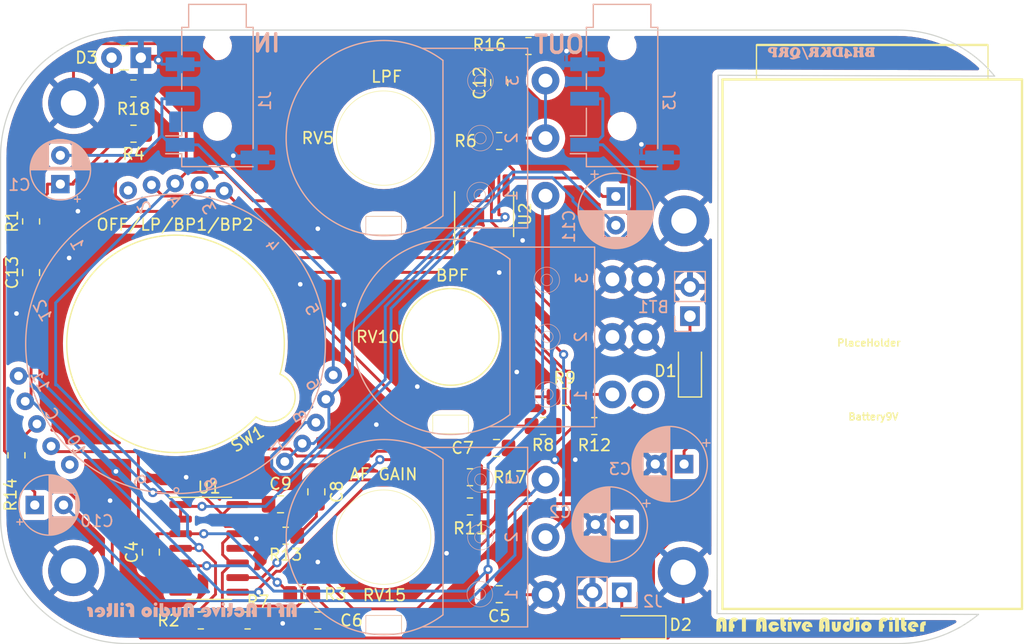
<source format=kicad_pcb>
(kicad_pcb (version 20211014) (generator pcbnew)
  (layers (0 "F.Cu" signal) (31 "B.Cu" signal) (34 "B.Paste" user) (35 "F.Paste" user) (36 "B.SilkS" user "B.Silkscreen") (37 "F.SilkS" user "F.Silkscreen") (38 "B.Mask" user) (39 "F.Mask" user) (44 "Edge.Cuts" user))
  (net 0 "")
  (net 1 "Net-(C1-Pad1)")
  (net 2 "Net-(C1-Pad2)")
  (net 3 "+VCCM")
  (net 4 "GNDREF")
  (net 5 "+VCC")
  (net 6 "Net-(C4-Pad1)")
  (net 7 "Net-(C4-Pad2)")
  (net 8 "Net-(C5-Pad2)")
  (net 9 "Net-(C6-Pad1)")
  (net 10 "Net-(C7-Pad1)")
  (net 11 "Net-(C13-Pad1)")
  (net 12 "Net-(C8-Pad1)")
  (net 13 "Net-(C8-Pad2)")
  (net 14 "Net-(C9-Pad2)")
  (net 15 "Net-(C10-Pad1)")
  (net 16 "Net-(C10-Pad2)")
  (net 17 "Net-(C11-Pad1)")
  (net 18 "Net-(C11-Pad2)")
  (net 19 "Net-(C12-Pad2)")
  (net 20 "Net-(C13-Pad2)")
  (net 21 "Net-(D1-Pad1)")
  (net 22 "Net-(BT1-Pad1)")
  (net 23 "Net-(D2-Pad2)")
  (net 24 "Net-(D3-Pad2)")
  (net 25 "Net-(J3-PadR1)")
  (net 26 "Net-(R6-Pad1)")
  (net 27 "Net-(R6-Pad2)")
  (net 28 "Net-(R9-Pad1)")
  (net 29 "Net-(R12-Pad1)")
  (net 30 "Net-(R14-Pad1)")
  (net 31 "Net-(RV15-Pad2)")
  (footprint "Resistor_SMD:R_0805_2012Metric_Pad1.20x1.40mm_HandSolder" (layer "F.Cu") (at 123.19 66.04)
    (fp_text reference "R6")
    (fp_text value "10k" hide)
  )
  (footprint "Resistor_SMD:R_0805_2012Metric_Pad1.20x1.40mm_HandSolder" (layer "F.Cu") (at 81.28 93.345 -90)
    (fp_text reference "R14")
    (fp_text value "1k" hide)
  )
  (footprint "Resistor_SMD:R_0805_2012Metric_Pad1.20x1.40mm_HandSolder" (layer "F.Cu") (at 101.346 107.696 180)
    (fp_text reference "R7")
    (fp_text value "1k" hide)
  )
  (footprint "MountingHole:MountingHole_2.2mm_M2" (layer "F.Cu") (at 86.23 62.73)
    (fp_text reference "MOUNT01" hide)
    (fp_text value "MountingHole_2.2mm_M2" hide)
  )
  (footprint "Resistor_SMD:R_0805_2012Metric_Pad1.20x1.40mm_HandSolder" (layer "F.Cu") (at 106.045 105.41 180)
    (fp_text reference "R3")
    (fp_text value "15k" hide)
  )
  (footprint "CraftsmanICs:Battery_9V_PlaceHolder_no_pin_for_cut" (layer "F.Cu") (at 155.575 83.693 90)
    (fp_text reference "Battery9V")
    (fp_text value "PlaceHolder")
  )
  (footprint "Resistor_SMD:R_0805_2012Metric_Pad1.20x1.40mm_HandSolder" (layer "F.Cu") (at 128.905 88.265 180)
    (fp_text reference "R9")
    (fp_text value "680" hide)
  )
  (footprint "Resistor_SMD:R_0805_2012Metric_Pad1.20x1.40mm_HandSolder" (layer "F.Cu") (at 91.44 65.405)
    (fp_text reference "R4")
    (fp_text value "1k" hide)
  )
  (footprint "MountingHole:MountingHole_2.2mm_M2" (layer "F.Cu") (at 139.23 72.98)
    (fp_text reference "MOUNT04" hide)
    (fp_text value "MountingHole_2.2mm_M2" hide)
  )
  (footprint "Capacitor_SMD:C_0805_2012Metric_Pad1.18x1.45mm_HandSolder" (layer "F.Cu") (at 122.9575 92.71)
    (fp_text reference "C7")
    (fp_text value ".01uF" hide)
  )
  (footprint "Capacitor_SMD:C_0805_2012Metric_Pad1.18x1.45mm_HandSolder" (layer "F.Cu") (at 92.95 101.76 -90)
    (fp_text reference "C4")
    (fp_text value ".01uF" hide)
  )
  (footprint "Diode_SMD:D_SOD-123" (layer "F.Cu") (at 139.75 86.03 90)
    (fp_text reference "D1")
    (fp_text value "1N4007" hide)
  )
  (footprint "Resistor_SMD:R_0805_2012Metric_Pad1.20x1.40mm_HandSolder" (layer "F.Cu") (at 104.648 100.33 180)
    (fp_text reference "R13")
    (fp_text value "360k" hide)
  )
  (footprint "CraftsmanICs:Potentiometer_wh148_single_3pin" (layer "F.Cu") (at 113.1577 100.457 90)
    (fp_text reference "RV15")
    (fp_text value "10k")
  )
  (footprint "LED_THT:LED_Rectangular_W3.0mm_H2.0mm" (layer "F.Cu") (at 92.075 58.801 180)
    (fp_text reference "D3")
    (fp_text value "LED" hide)
  )
  (footprint "Package_SO:SOIC-8_3.9x4.9mm_P1.27mm" (layer "F.Cu") (at 121.88 72.39 90)
    (fp_text reference "U2")
    (fp_text value "LM386" hide)
  )
  (footprint "Capacitor_SMD:C_0805_2012Metric_Pad1.18x1.45mm_HandSolder" (layer "F.Cu") (at 82.55 77.47 -90)
    (fp_text reference "C13")
    (fp_text value ".01uF" hide)
  )
  (footprint "Resistor_SMD:R_0805_2012Metric_Pad1.20x1.40mm_HandSolder" (layer "F.Cu") (at 125.73 57.785 180)
    (fp_text reference "R16")
    (fp_text value "10" hide)
  )
  (footprint "Package_SO:SOIC-14_3.9x8.7mm_P1.27mm" (layer "F.Cu") (at 98.005 101.43)
    (fp_text reference "U1")
    (fp_text value "LM348" hide)
  )
  (footprint "Diode_SMD:D_SOD-123" (layer "F.Cu") (at 135.41 108.29 180)
    (fp_text reference "D2")
    (fp_text value "1N4007" hide)
  )
  (footprint "CraftsmanICs:Rotary_switch_RS26_3pole_4throw_widehole_widehole_back_mode" (layer "F.Cu") (at 95.09 83.66 -60)
    (fp_text reference "SW1")
    (fp_text value "SW_Rotary3x4")
  )
  (footprint "Resistor_SMD:R_0805_2012Metric_Pad1.20x1.40mm_HandSolder" (layer "F.Cu") (at 127 90.805)
    (fp_text reference "R8")
    (fp_text value "180k" hide)
  )
  (footprint "Capacitor_SMD:C_0805_2012Metric_Pad1.18x1.45mm_HandSolder" (layer "F.Cu") (at 104.2025 97.6 180)
    (fp_text reference "C9")
    (fp_text value ".01uF" hide)
  )
  (footprint "Capacitor_SMD:C_0805_2012Metric_Pad1.18x1.45mm_HandSolder" (layer "F.Cu") (at 107.315 96.52 90)
    (fp_text reference "C8")
    (fp_text value ".01uF" hide)
  )
  (footprint "Capacitor_SMD:C_0805_2012Metric_Pad1.18x1.45mm_HandSolder" (layer "F.Cu") (at 123.19 60.96 90)
    (fp_text reference "C12")
    (fp_text value ".047uF" hide)
  )
  (footprint "Resistor_SMD:R_0805_2012Metric_Pad1.20x1.40mm_HandSolder" (layer "F.Cu") (at 82.55 73.025 -90)
    (fp_text reference "R1")
    (fp_text value "1.5k" hide)
  )
  (footprint "Resistor_SMD:R_0805_2012Metric_Pad1.20x1.40mm_HandSolder" (layer "F.Cu") (at 97.282 107.696 180)
    (fp_text reference "R2")
    (fp_text value "1k" hide)
  )
  (footprint "Capacitor_SMD:C_0805_2012Metric_Pad1.18x1.45mm_HandSolder" (layer "F.Cu") (at 123.19 105.41 180)
    (fp_text reference "C5")
    (fp_text value ".0022" hide)
  )
  (footprint "Resistor_SMD:R_0805_2012Metric_Pad1.20x1.40mm_HandSolder" (layer "F.Cu") (at 120.65 97.79)
    (fp_text reference "R11")
    (fp_text value "180k" hide)
  )
  (footprint "Resistor_SMD:R_0805_2012Metric_Pad1.20x1.40mm_HandSolder" (layer "F.Cu") (at 91.44 61.468)
    (fp_text reference "R18")
    (fp_text value "22k" hide)
  )
  (footprint "CraftsmanICs:Potentiometer_wh148_dual_6pin" (layer "F.Cu") (at 118.9707 83.058 90)
    (fp_text reference "RV10")
    (fp_text value "5k")
  )
  (footprint "CraftsmanICs:af1 active audio filter" (layer "F.Cu") (at 151.13 107.95)
    (fp_text reference "G001" hide)
    (fp_text value "LOGO" hide)
  )
  (footprint "Resistor_SMD:R_0805_2012Metric_Pad1.20x1.40mm_HandSolder" (layer "F.Cu") (at 120.65 95.25 180)
    (fp_text reference "R17")
    (fp_text value "360k" hide)
  )
  (footprint "MountingHole:MountingHole_2.2mm_M2" (layer "F.Cu") (at 86.23 103.38)
    (fp_text reference "MOUNT02" hide)
    (fp_text value "MountingHole_2.2mm_M2" hide)
  )
  (footprint "MountingHole:MountingHole_2.2mm_M2" (layer "F.Cu") (at 139.16 103.51)
    (fp_text reference "MOUNT03" hide)
    (fp_text value "MountingHole_2.2mm_M2" hide)
  )
  (footprint "Capacitor_SMD:C_0805_2012Metric_Pad1.18x1.45mm_HandSolder" (layer "F.Cu") (at 107.442 107.696 180)
    (fp_text reference "C6")
    (fp_text value ".1uF")
  )
  (footprint "CraftsmanICs:Potentiometer_wh148_single_3pin" (layer "F.Cu") (at 113.1567 65.786 90)
    (fp_text reference "RV5")
    (fp_text value "50k")
  )
  (footprint "Resistor_SMD:R_0805_2012Metric_Pad1.20x1.40mm_HandSolder" (layer "F.Cu") (at 131.445 90.805 180)
    (fp_text reference "R12")
    (fp_text value "680" hide)
  )
  (footprint "Connector_PinHeader_2.54mm:PinHeader_1x02_P2.54mm_Vertical" (layer "B.Cu") (at 133.83 105.25 90)
    (fp_text reference "J2")
    (fp_text value "Barrel_Jack" hide)
  )
  (footprint "Connector_Audio:Jack_3.5mm_PJ320D_Horizontal" (layer "B.Cu") (at 98.729 62.5415 -90)
    (fp_text reference "J1")
    (fp_text value "AF IN")
  )
  (footprint "Capacitor_THT:CP_Radial_D6.3mm_P2.50mm" (layer "B.Cu") (at 134.04 99.36 180)
    (fp_text reference "C2")
    (fp_text value "470uF" hide)
  )
  (footprint "Connector_Audio:Jack_3.5mm_PJ320D_Horizontal" (layer "B.Cu") (at 133.858 62.5415 -90)
    (fp_text reference "J3")
    (fp_text value "AF OUT")
  )
  (footprint "CraftsmanICs:af1 active audio filter" (layer "B.Cu") (at 96.52 106.68 180)
    (fp_text reference "G002" hide)
    (fp_text value "LOGO" hide)
  )
  (footprint "Capacitor_THT:CP_Radial_D6.3mm_P2.50mm" (layer "B.Cu") (at 139.24 94.11 180)
    (fp_text reference "C3")
    (fp_text value "470uF" hide)
  )
  (footprint "Capacitor_THT:CP_Radial_D6.3mm_P2.50mm" (layer "B.Cu") (at 133.31 70.8576 -90)
    (fp_text reference "C11")
    (fp_text value "470uF" hide)
  )
  (footprint "Connector_PinHeader_2.54mm:PinHeader_1x02_P2.54mm_Vertical" (layer "B.Cu") (at 139.75 81.255)
    (fp_text reference "BT1")
    (fp_text value "Battery_Cell" hide)
  )
  (footprint "Capacitor_THT:CP_Radial_D5.0mm_P2.50mm" (layer "B.Cu") (at 82.8689 97.663)
    (fp_text reference "C10")
    (fp_text value "1uF" hide)
  )
  (footprint "Capacitor_THT:CP_Radial_D5.0mm_P2.50mm" (layer "B.Cu") (at 85.09 69.7851 90)
    (fp_text reference "C1")
    (fp_text value "1uF" hide)
  )
  (footprint "CraftsmanICs:bh4dkr_qrp_logo" (layer "B.Cu") (at 151.13 58.42 180)
    (fp_text reference "G003" hide)
    (fp_text value "LOGO" hide)
  )
  (gr_arc locked (start 79.9 67.4) (mid 83.121825 59.621825) (end 90.9 56.4) (layer "Edge.Cuts") (width 0.1))
  (gr_line locked (start 142.2 60.325) (end 142.1 107.1) (layer "Edge.Cuts") (width 0.1))
  (gr_line locked (start 142.2 60.325) (end 166.2 60.4) (layer "Edge.Cuts") (width 0.1))
  (gr_arc locked (start 90.9 109.7) (mid 83.121825 106.478175) (end 79.9 98.7) (layer "Edge.Cuts") (width 0.1))
  (gr_line locked (start 79.9 67.4) (end 79.9 98.7) (layer "Edge.Cuts") (width 0.1))
  (gr_line locked (start 157.8 109.703091) (end 90.9 109.7) (layer "Edge.Cuts") (width 0.1))
  (gr_arc locked (start 157.8 56.4) (mid 162.451637 57.451563) (end 166.2 60.4) (layer "Edge.Cuts") (width 0.1))
  (gr_line locked (start 157.8 56.4) (end 90.9 56.4) (layer "Edge.Cuts") (width 0.1))
  (gr_line locked (start 142.1 107.1) (end 164.8 107.168742) (layer "Edge.Cuts") (width 0.1))
  (gr_arc locked (start 164.8 107.168742) (mid 161.522297 109.049912) (end 157.8 109.703091) (layer "Edge.Cuts") (width 0.1))
  (gr_text "IN" (at 102.997 57.531) (layer "B.SilkS") (effects (font (size 1.5 1.5) (thickness 0.3)) (justify mirror)))
  (gr_text "OUT" (at 128.397 57.658) (layer "B.SilkS") (effects (font (size 1.5 1.5) (thickness 0.3)) (justify mirror)))
  (gr_text "BPF" (at 119.126 77.724) (layer "F.SilkS") (effects (font (size 1 1))))
  (gr_text "LPF" (at 113.411 60.452) (layer "F.SilkS") (effects (font (size 1 1))))
  (gr_text "AF GAIN" (at 113.157 94.996) (layer "F.SilkS") (effects (font (size 1 1))))
  (gr_text "OFF/LP/BP1/BP2" (at 95.04 73.31) (layer "F.SilkS") (effects (font (size 1 1))))
  (segment (start 84.5274 69.7851) (end 85.09 69.7851) (width 0.25) (layer "F.Cu") (net 1))
  (segment (start 86.2153 69.7851) (end 86.2153 69.6297) (width 0.25) (layer "F.Cu") (net 1))
  (segment (start 84.5274 69.7851) (end 83.9647 69.7851) (width 0.25) (layer "F.Cu") (net 1))
  (segment (start 86.2153 69.6297) (end 90.44 65.405) (width 0.25) (layer "F.Cu") (net 1))
  (segment (start 83.9647 69.7851) (end 83.9647 70.6103) (width 0.25) (layer "F.Cu") (net 1))
  (segment (start 85.09 69.7851) (end 86.2153 69.7851) (width 0.25) (layer "F.Cu") (net 1))
  (segment (start 83.9647 70.6103) (end 82.55 72.025) (width 0.25) (layer "F.Cu") (net 1))
  (segment (start 92.1974 67.2851) (end 93.9037 65.5788) (width 0.25) (layer "B.Cu") (net 2))
  (segment (start 95.479 62.3665) (end 93.9037 62.3665) (width 0.25) (layer "B.Cu") (net 2))
  (segment (start 95.479 66.3665) (end 97.0543 66.3665) (width 0.25) (layer "B.Cu") (net 2))
  (segment (start 95.479 66.3665) (end 94.6914 66.3665) (width 0.25) (layer "B.Cu") (net 2))
  (segment (start 93.9037 65.5788) (end 93.9037 62.3665) (width 0.25) (layer "B.Cu") (net 2))
  (segment (start 94.6914 66.3665) (end 93.9037 65.5788) (width 0.25) (layer "B.Cu") (net 2))
  (segment (start 97.0543 66.3665) (end 108.7833 78.0955) (width 0.25) (layer "B.Cu") (net 2))
  (segment (start 85.09 67.2851) (end 92.1974 67.2851) (width 0.25) (layer "B.Cu") (net 2))
  (segment (start 108.7833 78.0955) (end 108.7833 86.3774) (width 0.25) (layer "B.Cu") (net 2))
  (segment (start 106.045 106.0721) (end 105.673 106.4441) (width 0.25) (layer "F.Cu") (net 3))
  (segment (start 91.2422 72.1552) (end 99.5581 72.1552) (width 0.25) (layer "F.Cu") (net 3))
  (segment (start 105.673 106.4441) (end 101.5979 106.4441) (width 0.25) (layer "F.Cu") (net 3))
  (segment (start 104.8517 77.4488) (end 119.729382 77.4488) (width 0.25) (layer "F.Cu") (net 3))
  (segment (start 134.04 99.36) (end 133.4774 99.36) (width 0.25) (layer "F.Cu") (net 3))
  (segment (start 99.1548 103.5647) (end 100.0195 102.7) (width 0.25) (layer "F.Cu") (net 3))
  (segment (start 99.18048 100.97152) (end 99.18048 101.97448) (width 0.25) (layer "F.Cu") (net 3))
  (segment (start 130.8985 89.5643) (end 131.3767 90.0425) (width 0.25) (layer "F.Cu") (net 3))
  (segment (start 128.905 86.624418) (end 128.905 88.8819) (width 0.25) (layer "F.Cu") (net 3))
  (segment (start 89.8821 70.7951) (end 91.2422 72.1552) (width 0.25) (layer "F.Cu") (net 3))
  (segment (start 110.49 106.68) (end 108.1372 104.3272) (width 0.25) (layer "F.Cu") (net 3))
  (segment (start 108.1372 104.3272) (end 106.4995 104.3272) (width 0.25) (layer "F.Cu") (net 3))
  (segment (start 133.4774 99.36) (end 131.6586 97.5412) (width 0.25) (layer "F.Cu") (net 3))
  (segment (start 100.48 100.16) (end 99.992 100.16) (width 0.25) (layer "F.Cu") (net 3))
  (segment (start 99.1548 103.5647) (end 99.1548 106.8232) (width 0.25) (layer "F.Cu") (net 3))
  (segment (start 100.092 107.442) (end 100.346 107.696) (width 0.25) (layer "F.Cu") (net 3))
  (segment (start 92.44 65.405) (end 89.8821 67.9629) (width 0.25) (layer "F.Cu") (net 3))
  (segment (start 131.3767 97.5412) (end 125.2139 97.5412) (width 0.25) (layer "F.Cu") (net 3))
  (segment (start 116.0751 106.68) (end 110.49 106.68) (width 0.25) (layer "F.Cu") (net 3))
  (segment (start 99.1548 106.8232) (end 98.282 107.696) (width 0.25) (layer "F.Cu") (net 3))
  (segment (start 89.8821 67.9629) (end 89.8821 70.7951) (width 0.25) (layer "F.Cu") (net 3))
  (segment (start 131.3767 90.0425) (end 131.3767 97.5412) (width 0.25) (layer "F.Cu") (net 3))
  (segment (start 106.045 104.7817) (end 106.045 106.0721) (width 0.25) (layer "F.Cu") (net 3))
  (segment (start 128.905 88.8819) (end 129.5874 89.5643) (width 0.25) (layer "F.Cu") (net 3))
  (segment (start 99.5581 72.1552) (end 104.8517 77.4488) (width 0.25) (layer "F.Cu") (net 3))
  (segment (start 101.5979 106.4441) (end 100.346 107.696) (width 0.25) (layer "F.Cu") (net 3))
  (segment (start 99.18048 101.97448) (end 99.906 102.7) (width 0.25) (layer "F.Cu") (net 3))
  (segment (start 99.992 100.16) (end 99.18048 100.97152) (width 0.25) (layer "F.Cu") (net 3))
  (segment (start 131.6586 97.5412) (end 131.3767 97.5412) (width 0.25) (layer "F.Cu") (net 3))
  (segment (start 100.0195 102.7) (end 100.48 102.7) (width 0.25) (layer "F.Cu") (net 3))
  (segment (start 125.2139 97.5412) (end 116.0751 106.68) (width 0.25) (layer "F.Cu") (net 3))
  (segment (start 106.4995 104.3272) (end 106.045 104.7817) (width 0.25) (layer "F.Cu") (net 3))
  (segment (start 98.282 107.442) (end 100.092 107.442) (width 0.25) (layer "F.Cu") (net 3))
  (segment (start 119.729382 77.4488) (end 128.905 86.624418) (width 0.25) (layer "F.Cu") (net 3))
  (segment (start 129.5874 89.5643) (end 130.8985 89.5643) (width 0.25) (layer "F.Cu") (net 3))
  (segment (start 99.906 102.7) (end 100.48 102.7) (width 0.25) (layer "F.Cu") (net 3))
  (segment (start 135.846 69.596) (end 139.23 72.98) (width 0.25) (layer "F.Cu") (net 4))
  (segment (start 100.48 101.43) (end 101.516 101.43) (width 0.25) (layer "F.Cu") (net 4))
  (segment (start 88.272242 57.576489) (end 96.946489 57.576489) (width 0.25) (layer "F.Cu") (net 4))
  (segment (start 86.23 62.73) (end 86.23 59.618731) (width 0.25) (layer "F.Cu") (net 4))
  (segment (start 102.108 100.838) (end 102.108 100.584) (width 0.25) (layer "F.Cu") (net 4))
  (segment (start 139.23 72.98) (end 141.478 75.228) (width 0.25) (layer "F.Cu") (net 4))
  (segment (start 133.763675 69.596) (end 135.846 69.596) (width 0.25) (layer "F.Cu") (net 4))
  (segment (start 92.064511 109.214511) (end 137.834511 109.214511) (width 0.25) (layer "F.Cu") (net 4))
  (segment (start 101.516 101.43) (end 102.108 100.838) (width 0.25) (layer "F.Cu") (net 4))
  (segment (start 125.033 74.865) (end 125.222 74.676) (width 0.25) (layer "F.Cu") (net 4))
  (segment (start 123.785 74.865) (end 125.033 74.865) (width 0.25) (layer "F.Cu") (net 4))
  (segment (start 124.2275 105.41) (end 124.2745 105.457) (width 0.25) (layer "F.Cu") (net 4))
  (segment (start 122.515 76.795) (end 123.19 77.47) (width 0.25) (layer "F.Cu") (net 4))
  (segment (start 137.834511 109.214511) (end 139.16 107.889022) (width 0.25) (layer "F.Cu") (net 4))
  (segment (start 102.346 107.95) (end 104.394 107.95) (width 0.25) (layer "F.Cu") (net 4))
  (segment (start 139.16 107.889022) (end 139.16 103.51) (width 0.25) (layer "F.Cu") (net 4))
  (segment (start 104.394 107.95) (end 106.4045 107.95) (width 0.25) (layer "F.Cu") (net 4))
  (segment (start 125.002195 60.83452) (end 133.763675 69.596) (width 0.25) (layer "F.Cu") (net 4))
  (segment (start 96.946489 57.576489) (end 100.20452 60.83452) (width 0.25) (layer "F.Cu") (net 4))
  (segment (start 86.23 59.618731) (end 88.272242 57.576489) (width 0.25) (layer "F.Cu") (net 4))
  (segment (start 100.20452 60.83452) (end 125.002195 60.83452) (width 0.25) (layer "F.Cu") (net 4))
  (segment (start 86.23 103.38) (end 92.064511 109.214511) (width 0.25) (layer "F.Cu") (net 4))
  (segment (start 141.478 75.228) (end 141.478 101.192) (width 0.25) (layer "F.Cu") (net 4))
  (segment (start 141.478 101.192) (end 139.16 103.51) (width 0.25) (layer "F.Cu") (net 4))
  (segment (start 124.2745 105.457) (end 127.2077 105.457) (width 0.25) (layer "F.Cu") (net 4))
  (segment (start 122.515 74.865) (end 122.515 76.795) (width 0.25) (layer "F.Cu") (net 4))
  (via (at 135.5327 66.3295) (size 0.8) (drill 0.4) (layers "F.Cu" "B.Cu") (net 4))
  (via (at 129.0327 58.2214) (size 0.8) (drill 0.4) (layers "F.Cu" "B.Cu") (net 4))
  (via (at 123.19 77.47) (size 0.8) (drill 0.4) (layers "F.Cu" "B.Cu") (net 4))
  (via (at 128.016 93.726) (size 0.8) (drill 0.4) (layers "F.Cu" "B.Cu") (net 4))
  (via (at 102.108 100.584) (size 0.8) (drill 0.4) (layers "F.Cu" "B.Cu") (net 4))
  (via (at 112.522 90.678) (size 0.8) (drill 0.4) (layers "F.Cu" "B.Cu") (net 4))
  (via (at 124.714 86.106) (size 0.8) (drill 0.4) (layers "F.Cu" "B.Cu") (net 4))
  (via (at 86.614 72.136) (size 0.8) (drill 0.4) (layers "F.Cu" "B.Cu") (net 4))
  (via (at 85.852 76.2) (size 0.8) (drill 0.4) (layers "F.Cu" "B.Cu") (net 4))
  (via (at 104.394 107.95) (size 0.8) (drill 0.4) (layers "F.Cu" "B.Cu") (net 4))
  (via (at 116.078 87.376) (size 0.8) (drill 0.4) (layers "F.Cu" "B.Cu") (net 4))
  (via (at 96.012 95.25) (size 0.8) (drill 0.4) (layers "F.Cu" "B.Cu") (net 4))
  (via (at 89.916 94.742) (size 0.8) (drill 0.4) (layers "F.Cu" "B.Cu") (net 4))
  (via (at 105.918 78.486) (size 0.8) (drill 0.4) (layers "F.Cu" "B.Cu") (net 4))
  (via (at 93.602 59.0109) (size 0.8) (drill 0.4) (layers "F.Cu" "B.Cu") (net 4))
  (via (at 107.442 102.616) (size 0.8) (drill 0.4) (layers "F.Cu" "B.Cu") (net 4))
  (via (at 81.28 81.026) (size 0.8) (drill 0.4) (layers "F.Cu" "B.Cu") (net 4))
  (via (at 109.728 80.264) (size 0.8) (drill 0.4) (layers "F.Cu" "B.Cu") (net 4))
  (via (at 118.618 101.854) (size 0.8) (drill 0.4) (layers "F.Cu" "B.Cu") (net 4))
  (via (at 89.408 97.282) (size 0.8) (drill 0.4) (layers "F.Cu" "B.Cu") (net 4))
  (via (at 107.442 73.66) (size 0.8) (drill 0.4) (layers "F.Cu" "B.Cu") (net 4))
  (via (at 100.104 67.3154) (size 0.8) (drill 0.4) (layers "F.Cu" "B.Cu") (net 4))
  (via (at 125.222 74.676) (size 0.8) (drill 0.4) (layers "F.Cu" "B.Cu") (net 4))
  (via (at 129.794 93.726) (size 0.8) (drill 0.4) (layers "F.Cu" "B.Cu") (net 4))
  (segment (start 104.394 107.95) (end 90.8 107.95) (width 0.25) (layer "B.Cu") (net 4))
  (segment (start 90.8 107.95) (end 86.23 103.38) (width 0.25) (layer "B.Cu") (net 4))
  (segment (start 100.2526 67.3154) (end 100.4037 67.4665) (width 0.25) (layer "B.Cu") (net 4))
  (segment (start 93.602 59.0109) (end 93.9037 59.3126) (width 0.25) (layer "B.Cu") (net 4))
  (segment (start 93.9037 59.3126) (end 93.9037 59.3665) (width 0.25) (layer "B.Cu") (net 4))
  (segment (start 95.479 59.3665) (end 93.9037 59.3665) (width 0.25) (layer "B.Cu") (net 4))
  (segment (start 137.108 67.4665) (end 135.5327 67.4665) (width 0.25) (layer "B.Cu") (net 4))
  (segment (start 100.104 67.3154) (end 100.2526 67.3154) (width 0.25) (layer "B.Cu") (net 4))
  (segment (start 101.979 67.4665) (end 100.4037 67.4665) (width 0.25) (layer "B.Cu") (net 4))
  (segment (start 135.5327 67.4665) (end 135.5327 66.3295) (width 0.25) (layer "B.Cu") (net 4))
  (segment (start 130.608 59.3665) (end 129.0327 59.3665) (width 0.25) (layer "B.Cu") (net 4))
  (segment (start 129.0327 59.3665) (end 129.0327 58.2214) (width 0.25) (layer "B.Cu") (net 4))
  (segment (start 98.5604 102.6691) (end 98.5604 105.4176) (width 0.25) (layer "F.Cu") (net 5))
  (segment (start 97.1255 101.3598) (end 97.2511 101.3598) (width 0.25) (layer "F.Cu") (net 5))
  (segment (start 139.24 94.11) (end 139.24 92.9847) (width 0.25) (layer "F.Cu") (net 5))
  (segment (start 140.6754 91.5493) (end 140.6754 87.0492) (width 0.25) (layer "F.Cu") (net 5))
  (segment (start 140.6754 87.0492) (end 139.0393 85.4131) (width 0.25) (layer "F.Cu") (net 5))
  (segment (start 123.159 73.6986) (end 122.515 73.0546) (width 0.25) (layer "F.Cu") (net 5))
  (segment (start 101.8279 71.2322) (end 99.3538 68.7581) (width 0.25) (layer "F.Cu") (net 5))
  (segment (start 96.0205 65.0485) (end 96.0205 68.7581) (width 0.25) (layer "F.Cu") (net 5))
  (segment (start 97.0553 101.43) (end 97.1255 101.3598) (width 0.25) (layer "F.Cu") (net 5))
  (segment (start 95.53 101.43) (end 97.0553 101.43) (width 0.25) (layer "F.Cu") (net 5))
  (segment (start 123.159 75.8981) (end 123.159 73.6986) (width 0.25) (layer "F.Cu") (net 5))
  (segment (start 122.515 73.0546) (end 122.515 71.2322) (width 0.25) (layer "F.Cu") (net 5))
  (segment (start 139.0393 85.4131) (end 132.674 85.4131) (width 0.25) (layer "F.Cu") (net 5))
  (segment (start 96.0205 68.7581) (end 95.0529 69.7257) (width 0.25) (layer "F.Cu") (net 5))
  (segment (start 92.44 61.468) (end 96.0205 65.0485) (width 0.25) (layer "F.Cu") (net 5))
  (segment (start 97.2511 101.3598) (end 98.5604 102.6691) (width 0.25) (layer "F.Cu") (net 5))
  (segment (start 122.515 71.2322) (end 122.515 69.915) (width 0.25) (layer "F.Cu") (net 5))
  (segment (start 122.515 71.2322) (end 101.8279 71.2322) (width 0.25) (layer "F.Cu") (net 5))
  (segment (start 99.3538 68.7581) (end 96.0205 68.7581) (width 0.25) (layer "F.Cu") (net 5))
  (segment (start 98.5604 105.4176) (end 96.282 107.696) (width 0.25) (layer "F.Cu") (net 5))
  (segment (start 139.24 92.9847) (end 140.6754 91.5493) (width 0.25) (layer "F.Cu") (net 5))
  (segment (start 132.674 85.4131) (end 123.159 75.8981) (width 0.25) (layer "F.Cu") (net 5))
  (via (at 97.1255 101.3598) (size 0.8) (drill 0.4) (layers "F.Cu" "B.Cu") (net 5))
  (segment (start 95.052886 69.725717) (end 84.68 80.098603) (width 0.25) (layer "B.Cu") (net 5))
  (segment (start 84.68 80.098603) (end 84.68 87.23) (width 0.25) (layer "B.Cu") (net 5))
  (segment (start 84.795114 87.23) (end 96.1318 98.566686) (width 0.25) (layer "B.Cu") (net 5))
  (segment (start 84.68 87.23) (end 84.795114 87.23) (width 0.25) (layer "B.Cu") (net 5))
  (segment (start 96.1318 98.566686) (end 96.1318 99.8518) (width 0.25) (layer "B.Cu") (net 5))
  (segment (start 96.1318 99.8518) (end 96.1318 100.3661) (width 0.25) (layer "B.Cu") (net 5))
  (segment (start 96.1318 100.3661) (end 97.1255 101.3598) (width 0.25) (layer "B.Cu") (net 5))
  (segment (start 93.5125 100.16) (end 95.53 100.16) (width 0.25) (layer "F.Cu") (net 6))
  (segment (start 92.95 100.7225) (end 93.5125 100.16) (width 0.25) (layer "F.Cu") (net 6))
  (segment (start 95.53 100.16) (end 97.5432 100.16) (width 0.25) (layer "F.Cu") (net 6))
  (segment (start 104.0191 104.3841) (end 105.045 105.41) (width 0.25) (layer "F.Cu") (net 6))
  (segment (start 103.9177 104.3841) (end 104.0191 104.3841) (width 0.25) (layer "F.Cu") (net 6))
  (via (at 97.5432 100.16) (size 0.8) (drill 0.4) (layers "F.Cu" "B.Cu") (net 6))
  (via (at 103.9177 104.3841) (size 0.8) (drill 0.4) (layers "F.Cu" "B.Cu") (net 6))
  (segment (start 103.9177 104.3841) (end 99.6936 100.16) (width 0.25) (layer "B.Cu") (net 6))
  (segment (start 99.6936 100.16) (end 97.5432 100.16) (width 0.25) (layer "B.Cu") (net 6))
  (segment (start 119.655 92.9931) (end 112.532 92.9931) (width 0.25) (layer "F.Cu") (net 7))
  (segment (start 91.8652 101.7127) (end 92.95 102.7975) (width 0.25) (layer "F.Cu") (net 7))
  (segment (start 105.6366 93.4057) (end 105.0278 92.7969) (width 0.25) (layer "F.Cu") (net 7))
  (segment (start 121.8431 90.805) (end 119.655 92.9931) (width 0.25) (layer "F.Cu") (net 7))
  (segment (start 95.53 105.24) (end 95.53 103.97) (width 0.25) (layer "F.Cu") (net 7))
  (segment (start 100 94.32) (end 93.14 94.32) (width 0.25) (layer "F.Cu") (net 7))
  (segment (start 112.532 92.9931) (end 112.1194 93.4057) (width 0.25) (layer "F.Cu") (net 7))
  (segment (start 126 90.805) (end 121.8431 90.805) (width 0.25) (layer "F.Cu") (net 7))
  (segment (start 101.5231 92.7969) (end 100 94.32) (width 0.25) (layer "F.Cu") (net 7))
  (segment (start 105.0278 92.7969) (end 101.5231 92.7969) (width 0.25) (layer "F.Cu") (net 7))
  (segment (start 94.1225 103.97) (end 92.95 102.7975) (width 0.25) (layer "F.Cu") (net 7))
  (segment (start 95.53 103.97) (end 94.1225 103.97) (width 0.25) (layer "F.Cu") (net 7))
  (segment (start 91.8652 93.0262) (end 84.7631 93.0262) (width 0.25) (layer "F.Cu") (net 7))
  (segment (start 84.7631 93.0262) (end 84.2888 92.5519) (width 0.25) (layer "F.Cu") (net 7))
  (segment (start 112.1194 93.4057) (end 105.6366 93.4057) (width 0.25) (layer "F.Cu") (net 7))
  (segment (start 93.14 94.32) (end 91.8652 93.0452) (width 0.25) (layer "F.Cu") (net 7))
  (segment (start 91.8652 93.0262) (end 91.8652 93.0452) (width 0.25) (layer "F.Cu") (net 7))
  (segment (start 91.8652 93.0452) (end 91.8652 101.7127) (width 0.25) (layer "F.Cu") (net 7))
  (segment (start 122.2211 103.2618) (end 122.1525 103.3304) (width 0.25) (layer "F.Cu") (net 8))
  (segment (start 97.7961 102.9444) (end 95.7744 102.9444) (width 0.25) (layer "F.Cu") (net 8))
  (segment (start 122.1525 103.3304) (end 122.1525 105.41) (width 0.25) (layer "F.Cu") (net 8))
  (segment (start 95.7744 102.9444) (end 95.53 102.7) (width 0.25) (layer "F.Cu") (net 8))
  (via (at 97.7961 102.9444) (size 0.8) (drill 0.4) (layers "F.Cu" "B.Cu") (net 8))
  (via (at 122.2211 103.2618) (size 0.8) (drill 0.4) (layers "F.Cu" "B.Cu") (net 8))
  (segment (start 122.2211 103.2618) (end 120.3405 105.1424) (width 0.25) (layer "B.Cu") (net 8))
  (segment (start 122.2211 94.1244) (end 122.2211 103.2618) (width 0.25) (layer "B.Cu") (net 8))
  (segment (start 126.9551 89.3904) (end 122.2211 94.1244) (width 0.25) (layer "B.Cu") (net 8))
  (segment (start 127.2067 70.786) (end 126.9551 71.0376) (width 0.25) (layer "B.Cu") (net 8))
  (segment (start 101.4133 102.9444) (end 97.7961 102.9444) (width 0.25) (layer "B.Cu") (net 8))
  (segment (start 126.9551 71.0376) (end 126.9551 89.3904) (width 0.25) (layer "B.Cu") (net 8))
  (segment (start 120.3405 105.1424) (end 103.6113 105.1424) (width 0.25) (layer "B.Cu") (net 8))
  (segment (start 103.6113 105.1424) (end 101.4133 102.9444) (width 0.25) (layer "B.Cu") (net 8))
  (segment (start 82.55 74.025) (end 80.2354 76.3396) (width 0.25) (layer "F.Cu") (net 9))
  (segment (start 108.4795 106.8445) (end 107.045 105.41) (width 0.25) (layer "F.Cu") (net 9))
  (segment (start 89.5944 103.8184) (end 94.52152 108.74552) (width 0.25) (layer "F.Cu") (net 9))
  (segment (start 94.52152 108.74552) (end 107.42998 108.74552) (width 0.25) (layer "F.Cu") (net 9))
  (segment (start 80.2354 76.3396) (end 80.2354 92.9477) (width 0.25) (layer "F.Cu") (net 9))
  (segment (start 89.5944 100.2938) (end 89.5944 103.8184) (width 0.25) (layer "F.Cu") (net 9))
  (segment (start 82.572 93.2714) (end 89.5944 100.2938) (width 0.25) (layer "F.Cu") (net 9))
  (segment (start 80.5591 93.2714) (end 82.572 93.2714) (width 0.25) (layer "F.Cu") (net 9))
  (segment (start 108.4795 107.696) (end 108.4795 106.8445) (width 0.25) (layer "F.Cu") (net 9))
  (segment (start 107.42998 108.74552) (end 108.4795 107.696) (width 0.25) (layer "F.Cu") (net 9))
  (segment (start 80.2354 92.9477) (end 80.5591 93.2714) (width 0.25) (layer "F.Cu") (net 9))
  (segment (start 102.5973 103.97) (end 100.48 103.97) (width 0.25) (layer "F.Cu") (net 10))
  (segment (start 121.0877 93.7217) (end 121.0877 93.5423) (width 0.25) (layer "F.Cu") (net 10))
  (segment (start 103.8933 102.674) (end 102.5973 103.97) (width 0.25) (layer "F.Cu") (net 10))
  (segment (start 121.65 95.25) (end 121.65 94.284) (width 0.25) (layer "F.Cu") (net 10))
  (segment (start 121.0877 93.5423) (end 121.92 92.71) (width 0.25) (layer "F.Cu") (net 10))
  (segment (start 121.65 94.284) (end 121.0877 93.7217) (width 0.25) (layer "F.Cu") (net 10))
  (segment (start 121.0877 93.7217) (end 112.8357 93.7217) (width 0.25) (layer "F.Cu") (net 10))
  (via (at 103.8933 102.674) (size 0.8) (drill 0.4) (layers "F.Cu" "B.Cu") (net 10))
  (via (at 112.8357 93.7217) (size 0.8) (drill 0.4) (layers "F.Cu" "B.Cu") (net 10))
  (segment (start 103.8933 102.6641) (end 103.8933 102.674) (width 0.25) (layer "B.Cu") (net 10))
  (segment (start 112.8357 93.7217) (end 103.8933 102.6641) (width 0.25) (layer "B.Cu") (net 10))
  (segment (start 82.55 76.4325) (end 84.6987 74.2838) (width 0.25) (layer "F.Cu") (net 11))
  (segment (start 84.7062 74.2838) (end 85.54 73.45) (width 0.25) (layer "F.Cu") (net 11))
  (segment (start 99.3674 73.45) (end 114.1824 88.265) (width 0.25) (layer "F.Cu") (net 11))
  (segment (start 123.995 92.71) (end 126 92.71) (width 0.25) (layer "F.Cu") (net 11))
  (segment (start 85.54 73.45) (end 99.3674 73.45) (width 0.25) (layer "F.Cu") (net 11))
  (segment (start 126 92.71) (end 127.905 90.805) (width 0.25) (layer "F.Cu") (net 11))
  (segment (start 127.905 90.805) (end 127.905 88.265) (width 0.25) (layer "F.Cu") (net 11))
  (segment (start 114.1824 88.265) (end 127.905 88.265) (width 0.25) (layer "F.Cu") (net 11))
  (segment (start 84.6987 74.2838) (end 84.7062 74.2838) (width 0.25) (layer "F.Cu") (net 11))
  (segment (start 127.905 90.805) (end 128 90.805) (width 0.25) (layer "F.Cu") (net 11))
  (segment (start 105.648 100.06) (end 105.648 100.33) (width 0.25) (layer "F.Cu") (net 12))
  (segment (start 104.478 98.89) (end 105.648 100.06) (width 0.25) (layer "F.Cu") (net 12))
  (segment (start 107.315 97.5575) (end 107.315 98.663) (width 0.25) (layer "F.Cu") (net 12))
  (segment (start 100.48 98.89) (end 104.478 98.89) (width 0.25) (layer "F.Cu") (net 12))
  (segment (start 107.315 98.663) (end 105.648 100.33) (width 0.25) (layer "F.Cu") (net 12))
  (segment (start 105.24 97.6) (end 107.315 95.525) (width 0.25) (layer "F.Cu") (net 13))
  (segment (start 121.65 96.52) (end 121.65 97.79) (width 0.25) (layer "F.Cu") (net 13))
  (segment (start 120.2105 94.1721) (end 114.3214 94.1721) (width 0.25) (layer "F.Cu") (net 13))
  (segment (start 130.445 90.805) (end 129.6523 90.805) (width 0.25) (layer "F.Cu") (net 13))
  (segment (start 123.9373 96.52) (end 121.65 96.52) (width 0.25) (layer "F.Cu") (net 13))
  (segment (start 121.65 96.52) (end 121.3051 96.52) (width 0.25) (layer "F.Cu") (net 13))
  (segment (start 121.3051 96.52) (end 120.65 95.8649) (width 0.25) (layer "F.Cu") (net 13))
  (segment (start 113.011 95.4825) (end 107.315 95.4825) (width 0.25) (layer "F.Cu") (net 13))
  (segment (start 114.3214 94.1721) (end 113.011 95.4825) (width 0.25) (layer "F.Cu") (net 13))
  (segment (start 107.315 95.525) (end 107.315 95.4825) (width 0.25) (layer "F.Cu") (net 13))
  (segment (start 120.65 95.8649) (end 120.65 94.6116) (width 0.25) (layer "F.Cu") (net 13))
  (segment (start 120.65 94.6116) (end 120.2105 94.1721) (width 0.25) (layer "F.Cu") (net 13))
  (segment (start 129.6523 90.805) (end 123.9373 96.52) (width 0.25) (layer "F.Cu") (net 13))
  (segment (start 99.1724 98.502) (end 99.1724 99.2755) (width 0.25) (layer "F.Cu") (net 14))
  (segment (start 99.1724 98.502) (end 97.2498 96.5794) (width 0.25) (layer "F.Cu") (net 14))
  (segment (start 103.165 97.6) (end 100.5 97.6) (width 0.25) (layer "F.Cu") (net 14))
  (segment (start 100.5 97.6) (end 100.48 97.62) (width 0.25) (layer "F.Cu") (net 14))
  (segment (start 100.0544 97.62) (end 99.1724 98.502) (width 0.25) (layer "F.Cu") (net 14))
  (segment (start 97.2498 96.5794) (end 93.1199 96.5794) (width 0.25) (layer "F.Cu") (net 14))
  (segment (start 99.4219 99.525) (end 102.843 99.525) (width 0.25) (layer "F.Cu") (net 14))
  (segment (start 99.1724 99.2755) (end 99.4219 99.525) (width 0.25) (layer "F.Cu") (net 14))
  (segment (start 100.48 97.62) (end 100.0544 97.62) (width 0.25) (layer "F.Cu") (net 14))
  (segment (start 102.843 99.525) (end 103.648 100.33) (width 0.25) (layer "F.Cu") (net 14))
  (via (at 93.1199 96.5794) (size 0.8) (drill 0.4) (layers "F.Cu" "B.Cu") (net 14))
  (segment (start 82.99 86.4495) (end 81.4585 86.4495) (width 0.25) (layer "B.Cu") (net 14))
  (segment (start 93.1199 96.5794) (end 82.99 86.4495) (width 0.25) (layer "B.Cu") (net 14))
  (segment (start 82.8689 97.663) (end 82.8689 96.5377) (width 0.25) (layer "F.Cu") (net 15))
  (segment (start 81.28 94.9488) (end 81.28 94.345) (width 0.25) (layer "F.Cu") (net 15))
  (segment (start 82.8689 96.5377) (end 81.28 94.9488) (width 0.25) (layer "F.Cu") (net 15))
  (segment (start 85.3689 97.663) (end 93.6812 105.9753) (width 0.25) (layer "B.Cu") (net 16))
  (segment (start 124.5577 98.107) (end 127.2077 95.457) (width 0.25) (layer "B.Cu") (net 16))
  (segment (start 124.5577 102.0156) (end 124.5577 98.107) (width 0.25) (layer "B.Cu") (net 16))
  (segment (start 93.6812 105.9753) (end 120.598 105.9753) (width 0.25) (layer "B.Cu") (net 16))
  (segment (start 120.598 105.9753) (end 124.5577 102.0156) (width 0.25) (layer "B.Cu") (net 16))
  (segment (start 130.5803 69.2532) (end 124.4468 69.2532) (width 0.25) (layer "F.Cu") (net 17))
  (segment (start 133.31 70.8576) (end 132.1847 70.8576) (width 0.25) (layer "F.Cu") (net 17))
  (segment (start 124.4468 68.5682) (end 124.4468 69.2532) (width 0.25) (layer "F.Cu") (net 17))
  (segment (start 124.4468 69.2532) (end 123.785 69.915) (width 0.25) (layer "F.Cu") (net 17))
  (segment (start 123.19 61.9975) (end 123.19 67.3114) (width 0.25) (layer "F.Cu") (net 17))
  (segment (start 123.19 67.3114) (end 124.4468 68.5682) (width 0.25) (layer "F.Cu") (net 17))
  (segment (start 132.1847 70.8576) (end 130.5803 69.2532) (width 0.25) (layer "F.Cu") (net 17))
  (segment (start 108.2114 88.5403) (end 108.1476 88.4765) (width 0.25) (layer "B.Cu") (net 18))
  (segment (start 108.4029 90.9994) (end 108.4029 88.7318) (width 0.25) (layer "B.Cu") (net 18))
  (segment (start 110.4467 86.305) (end 110.4467 82.6333) (width 0.25) (layer "B.Cu") (net 18))
  (segment (start 107.084 92.3183) (end 108.4029 90.9994) (width 0.25) (layer "B.Cu") (net 18))
  (segment (start 110.4467 82.6333) (end 124.3441 68.7359) (width 0.25) (layer "B.Cu") (net 18))
  (segment (start 124.3441 68.7359) (end 128.6883 68.7359) (width 0.25) (layer "B.Cu") (net 18))
  (segment (start 106.0933 92.3183) (end 107.084 92.3183) (width 0.25) (layer "B.Cu") (net 18))
  (segment (start 108.2114 88.5403) (end 110.4467 86.305) (width 0.25) (layer "B.Cu") (net 18))
  (segment (start 106.0933 92.3183) (end 106.0933 92.3693) (width 0.25) (layer "B.Cu") (net 18))
  (segment (start 128.6883 68.7359) (end 133.31 73.3576) (width 0.25) (layer "B.Cu") (net 18))
  (segment (start 108.4029 88.7318) (end 108.2114 88.5403) (width 0.25) (layer "B.Cu") (net 18))
  (segment (start 106.0933 92.3693) (end 104.5747 93.8879) (width 0.25) (layer "B.Cu") (net 18))
  (segment (start 124.73 58.3825) (end 124.73 57.785) (width 0.25) (layer "F.Cu") (net 19))
  (segment (start 123.19 59.9225) (end 124.73 58.3825) (width 0.25) (layer "F.Cu") (net 19))
  (segment (start 119.65 95.25) (end 119.65 96.2876) (width 0.25) (layer "F.Cu") (net 20))
  (segment (start 102.3049 105.24) (end 102.3049 104.9455) (width 0.25) (layer "F.Cu") (net 20))
  (segment (start 102.3049 104.9455) (end 103.8304 103.42) (width 0.25) (layer "F.Cu") (net 20))
  (segment (start 82.55 88.1435) (end 82.55 78.5075) (width 0.25) (layer "F.Cu") (net 20))
  (segment (start 104.1746 103.42) (end 111.66258 95.93202) (width 0.25) (layer "F.Cu") (net 20))
  (segment (start 103.8304 103.42) (end 104.1746 103.42) (width 0.25) (layer "F.Cu") (net 20))
  (segment (start 111.66258 95.93202) (end 118.96798 95.93202) (width 0.25) (layer "F.Cu") (net 20))
  (segment (start 82.0388 88.6547) (end 82.55 88.1435) (width 0.25) (layer "F.Cu") (net 20))
  (segment (start 118.96798 95.93202) (end 119.65 95.25) (width 0.25) (layer "F.Cu") (net 20))
  (segment (start 100.48 105.24) (end 102.3049 105.24) (width 0.25) (layer "F.Cu") (net 20))
  (segment (start 119.65 96.2876) (end 119.65 97.79) (width 0.25) (layer "F.Cu") (net 20))
  (via (at 102.3049 105.24) (size 0.8) (drill 0.4) (layers "F.Cu" "B.Cu") (net 20))
  (segment (start 102.3049 105.24) (end 99.066 105.24) (width 0.25) (layer "B.Cu") (net 20))
  (segment (start 97.0708 103.0776) (end 82.6479 88.6547) (width 0.25) (layer "B.Cu") (net 20))
  (segment (start 82.6479 88.6547) (end 82.0388 88.6547) (width 0.25) (layer "B.Cu") (net 20))
  (segment (start 97.0708 103.2448) (end 97.0708 103.0776) (width 0.25) (layer "B.Cu") (net 20))
  (segment (start 99.066 105.24) (end 97.0708 103.2448) (width 0.25) (layer "B.Cu") (net 20))
  (segment (start 137.06 107.3647) (end 136.5863 106.891) (width 0.25) (layer "F.Cu") (net 21))
  (segment (start 137.06 108.29) (end 137.06 107.3647) (width 0.25) (layer "F.Cu") (net 21))
  (segment (start 97.6735 70.3694) (end 99.3101 70.3694) (width 0.25) (layer "F.Cu") (net 21))
  (segment (start 97.1744 69.8703) (end 97.6735 70.3694) (width 0.25) (layer "F.Cu") (net 21))
  (segment (start 105.1067 76.166) (end 119.0823 76.166) (width 0.25) (layer "F.Cu") (net 21))
  (segment (start 128.955 86.0387) (end 138.884 86.0387) (width 0.25) (layer "F.Cu") (net 21))
  (segment (start 139.75 87.68) (end 139.75 86.9047) (width 0.25) (layer "F.Cu") (net 21))
  (segment (start 136.5863 102.2637) (end 138.1146 100.7354) (width 0.25) (layer "F.Cu") (net 21))
  (segment (start 139.75 87.68) (end 139.75 88.4553) (width 0.25) (layer "F.Cu") (net 21))
  (segment (start 138.884 86.0387) (end 139.75 86.9047) (width 0.25) (layer "F.Cu") (net 21))
  (segment (start 119.0823 76.166) (end 128.955 86.0387) (width 0.25) (layer "F.Cu") (net 21))
  (segment (start 99.3101 70.3694) (end 105.1067 76.166) (width 0.25) (layer "F.Cu") (net 21))
  (segment (start 93.9755 70.8205) (end 96.2242 70.8205) (width 0.25) (layer "F.Cu") (net 21))
  (segment (start 93.0067 69.8517) (end 93.9755 70.8205) (width 0.25) (layer "F.Cu") (net 21))
  (segment (start 138.1146 90.0907) (end 139.75 88.4553) (width 0.25) (layer "F.Cu") (net 21))
  (segment (start 96.2242 70.8205) (end 97.1744 69.8703) (width 0.25) (layer "F.Cu") (net 21))
  (segment (start 136.5863 106.891) (end 136.5863 102.2637) (width 0.25) (layer "F.Cu") (net 21))
  (segment (start 138.1146 100.7354) (end 138.1146 90.0907) (width 0.25) (layer "F.Cu") (net 21))
  (segment (start 139.75 81.255) (end 139.75 84.38) (width 0.25) (layer "F.Cu") (net 22))
  (segment (start 133.76 108.29) (end 133.76 107.3647) (width 0.25) (layer "F.Cu") (net 23))
  (segment (start 133.83 107.2947) (end 133.76 107.3647) (width 0.25) (layer "F.Cu") (net 23))
  (segment (start 133.83 105.25) (end 133.83 107.2947) (width 0.25) (layer "F.Cu") (net 23))
  (segment (start 90.44 61.468) (end 89.535 60.563) (width 0.25) (layer "F.Cu") (net 24))
  (segment (start 89.535 60.563) (end 89.535 58.801) (width 0.25) (layer "F.Cu") (net 24))
  (segment (start 124.498018 69.2177) (end 127.8008 69.2177) (width 0.25) (layer "B.Cu") (net 25))
  (segment (start 113.2946 86.7446) (end 113.2946 80.421118) (width 0.25) (layer "B.Cu") (net 25))
  (segment (start 132.8768 74.5377) (end 133.7416 74.5377) (width 0.25) (layer "B.Cu") (net 25))
  (segment (start 134.4434 73.8359) (end 134.4434 68.6266) (width 0.25) (layer "B.Cu") (net 25))
  (segment (start 134.4434 68.6266) (end 132.1833 66.3665) (width 0.25) (layer "B.Cu") (net 25))
  (segment (start 103.4412 94.3397) (end 103.4412 93.3968) (width 0.25) (layer "B.Cu") (net 25))
  (segment (start 129.5855 71.0024) (end 129.5855 71.2464) (width 0.25) (layer "B.Cu") (net 25))
  (segment (start 106.3411 90.4969) (end 107.2761 90.4969) (width 0.25) (layer "B.Cu") (net 25))
  (segment (start 133.7416 74.5377) (end 134.4434 73.8359) (width 0.25) (layer "B.Cu") (net 25))
  (segment (start 103.4412 93.3968) (end 106.3411 90.4969) (width 0.25) (layer "B.Cu") (net 25))
  (segment (start 104.1037 95.0022) (end 103.4412 94.3397) (width 0.25) (layer "B.Cu") (net 25))
  (segment (start 127.8008 69.2177) (end 129.5855 71.0024) (width 0.25) (layer "B.Cu") (net 25))
  (segment (start 130.608 62.3665) (end 132.1833 62.3665) (width 0.25) (layer "B.Cu") (net 25))
  (segment (start 129.5855 71.2464) (end 132.8768 74.5377) (width 0.25) (layer "B.Cu") (net 25))
  (segment (start 131.3957 66.3665) (end 132.1833 65.5789) (width 0.25) (layer "B.Cu") (net 25))
  (segment (start 113.2946 86.7446) (end 105.037 95.0022) (width 0.25) (layer "B.Cu") (net 25))
  (segment (start 132.1833 65.5789) (end 132.1833 62.3665) (width 0.25) (layer "B.Cu") (net 25))
  (segment (start 105.037 95.0022) (end 104.1037 95.0022) (width 0.25) (layer "B.Cu") (net 25))
  (segment (start 132.1833 66.3665) (end 131.3957 66.3665) (width 0.25) (layer "B.Cu") (net 25))
  (segment (start 113.2946 80.421118) (end 124.498018 69.2177) (width 0.25) (layer "B.Cu") (net 25))
  (segment (start 130.608 66.3665) (end 131.3957 66.3665) (width 0.25) (layer "B.Cu") (net 25))
  (segment (start 123.49648 72.44248) (end 123.698 72.644) (width 0.25) (layer "F.Cu") (net 26))
  (segment (start 95.53 97.7855) (end 97.3859 97.7855) (width 0.25) (layer "F.Cu") (net 26))
  (segment (start 122.19 67.943928) (end 123.16048 68.914408) (width 0.25) (layer "F.Cu") (net 26))
  (segment (start 95.53 98.89) (end 95.53 97.7855) (width 0.25) (layer "F.Cu") (net 26))
  (segment (start 123.16048 68.914408) (end 123.16048 72.44248) (width 0.25) (layer "F.Cu") (net 26))
  (segment (start 123.16048 72.44248) (end 123.49648 72.44248) (width 0.25) (layer "F.Cu") (net 26))
  (segment (start 95.53 97.7855) (end 95.53 97.62) (width 0.25) (layer "F.Cu") (net 26))
  (segment (start 122.19 66.04) (end 122.19 67.943928) (width 0.25) (layer "F.Cu") (net 26))
  (via (at 123.698 72.644) (size 0.8) (drill 0.4) (layers "F.Cu" "B.Cu") (net 26))
  (via (at 97.3859 97.7855) (size 0.8) (drill 0.4) (layers "F.Cu" "B.Cu") (net 26))
  (segment (start 97.3859 97.7855) (end 102.8932 97.7855) (width 0.25) (layer "B.Cu") (net 26))
  (segment (start 121.4138 72.9662) (end 123.3758 72.9662) (width 0.25) (layer "B.Cu") (net 26))
  (segment (start 113.8 86.8787) (end 113.8 80.58) (width 0.25) (layer "B.Cu") (net 26))
  (segment (start 113.8 80.58) (end 121.4138 72.9662) (width 0.25) (layer "B.Cu") (net 26))
  (segment (start 123.3758 72.9662) (end 123.698 72.644) (width 0.25) (layer "B.Cu") (net 26))
  (segment (start 102.8932 97.7855) (end 113.8 86.8787) (width 0.25) (layer "B.Cu") (net 26))
  (segment (start 124.444 65.786) (end 124.19 66.04) (width 0.25) (layer "F.Cu") (net 27))
  (segment (start 127.2067 65.786) (end 124.444 65.786) (width 0.25) (layer "F.Cu") (net 27))
  (segment (start 127.2067 60.786) (end 127.2067 65.786) (width 0.25) (layer "B.Cu") (net 27))
  (segment (start 133.0207 88.058) (end 130.112 88.058) (width 0.25) (layer "F.Cu") (net 28))
  (segment (start 130.112 88.058) (end 129.905 88.265) (width 0.25) (layer "F.Cu") (net 28))
  (segment (start 132.445 90.805) (end 133.1237 90.805) (width 0.25) (layer "F.Cu") (net 29))
  (segment (start 133.1237 90.805) (end 135.8707 88.058) (width 0.25) (layer "F.Cu") (net 29))
  (segment (start 83.0592 90.6221) (end 83.0029 90.6221) (width 0.25) (layer "F.Cu") (net 30))
  (segment (start 83.0029 90.6221) (end 81.28 92.345) (width 0.25) (layer "F.Cu") (net 30))
  (segment (start 121.245 74.865) (end 121.245 77.049) (width 0.25) (layer "F.Cu") (net 31))
  (segment (start 121.245 77.049) (end 128.778 84.582) (width 0.25) (layer "F.Cu") (net 31))
  (via (at 128.778 84.582) (size 0.8) (drill 0.4) (layers "F.Cu" "B.Cu") (net 31))
  (segment (start 128.778 98.8867) (end 128.778 84.582) (width 0.25) (layer "B.Cu") (net 31))
  (segment (start 127.2077 100.457) (end 128.778 98.8867) (width 0.25) (layer "B.Cu") (net 31))
  (zone (net 4) (net_name "GNDREF") (layers F&B.Cu) (connect_pads (clearance 0.508)) (min_thickness 0.254) (fill yes (thermal_gap 0.508) (thermal_bridge_width 0.508))
    (polygon (pts (xy 168.57 109.68) (xy 79.89 109.73) (xy 79.9 56.39) (xy 168.53 56.37)))
  )
)
</source>
